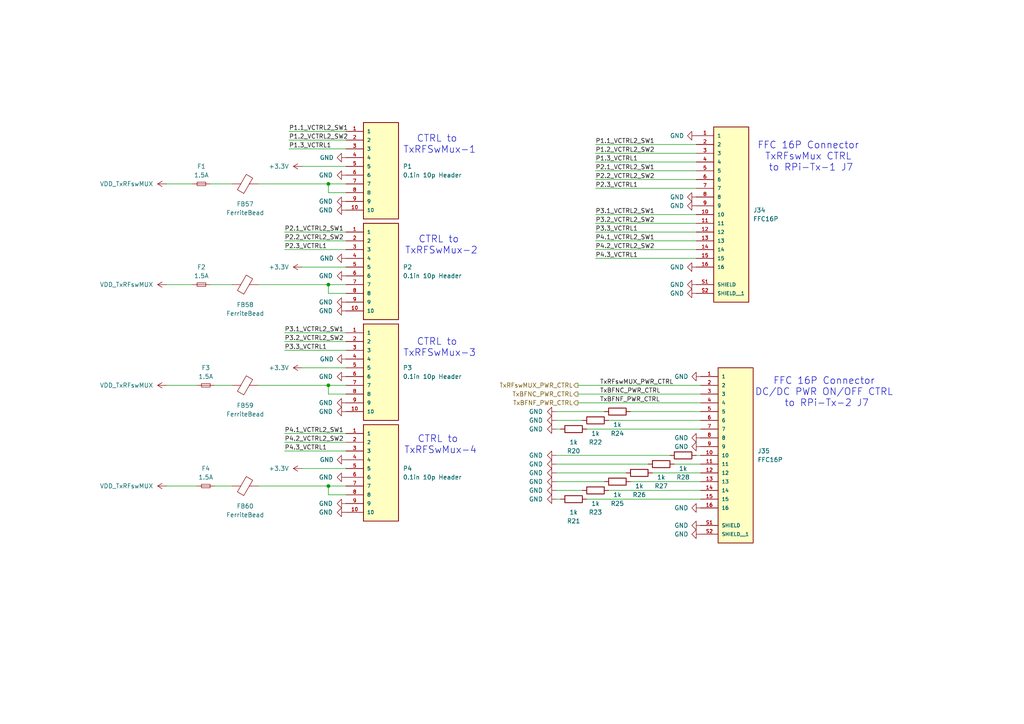
<source format=kicad_sch>
(kicad_sch (version 20231120) (generator "eeschema") (generator_version "8.0")
  (paper "A4")
  (title_block (title "PWR SPLY & Ctrl Connectors for TxRFswMUX & RPi HATs") (date "2024-04-04") (rev "1.0"))
  (lib_symbols
    (symbol "+3.3V_1" (power) (pin_numbers hide) (pin_names (offset 0) hide)
      (property "Value" "+3.3V" (at 0 3.556 0))
      (symbol "+3.3V_1_0_1"
        (polyline (pts (xy -0.762 1.27) (xy 0 2.54)))
        (polyline (pts (xy 0 0) (xy 0 2.54)))
        (polyline (pts (xy 0 2.54) (xy 0.762 1.27)))
      )
      (symbol "+3.3V_1_1_1"
        (pin power_in line (at 0 0 90) (length 0) hide (name "+3.3V") (number "1"))
      )
    )
    (symbol "BCRL_power_supply:5034801600" (pin_names (offset 1.016))
      (property "Reference" "J" (at -5.08 24.13 0))
      (property "Value" "5034801600" (at -5.08 -30.48 0))
      (symbol "5034801600_0_0"
        (rectangle (start -5.08 -27.94) (end 5.08 22.86) (stroke (width 0.254)) (fill (type background)))
        (pin passive line (at -10.16 20.32 0) (length 5.08) (name "1") (number "1"))
        (pin passive line (at -10.16 -2.54 0) (length 5.08) (name "10") (number "10"))
        (pin passive line (at -10.16 -5.08 0) (length 5.08) (name "11") (number "11"))
        (pin passive line (at -10.16 -7.62 0) (length 5.08) (name "12") (number "12"))
        (pin passive line (at -10.16 -10.16 0) (length 5.08) (name "13") (number "13"))
        (pin passive line (at -10.16 -12.7 0) (length 5.08) (name "14") (number "14"))
        (pin passive line (at -10.16 -15.24 0) (length 5.08) (name "15") (number "15"))
        (pin passive line (at -10.16 -17.78 0) (length 5.08) (name "16") (number "16"))
        (pin passive line (at -10.16 17.78 0) (length 5.08) (name "2") (number "2"))
        (pin passive line (at -10.16 15.24 0) (length 5.08) (name "3") (number "3"))
        (pin passive line (at -10.16 12.7 0) (length 5.08) (name "4") (number "4"))
        (pin passive line (at -10.16 10.16 0) (length 5.08) (name "5") (number "5"))
        (pin passive line (at -10.16 7.62 0) (length 5.08) (name "6") (number "6"))
        (pin passive line (at -10.16 5.08 0) (length 5.08) (name "7") (number "7"))
        (pin passive line (at -10.16 2.54 0) (length 5.08) (name "8") (number "8"))
        (pin passive line (at -10.16 0 0) (length 5.08) (name "9") (number "9"))
        (pin passive line (at -10.16 -22.86 0) (length 5.08) (name "SHIELD") (number "S1"))
        (pin passive line (at -10.16 -25.4 0) (length 5.08) (name "SHIELD__1") (number "S2"))
      )
    )
    (symbol "BCRL_power_supply:5104338-1" (pin_names (offset 1.016))
      (property "Reference" "J" (at -5.58 15.24 0))
      (property "Value" "5104338-1" (at -5.08 -15.24 0))
      (symbol "5104338-1_0_0"
        (rectangle (start -5.08 -12.7) (end 5.08 15.24) (stroke (width 0.254)) (fill (type background)))
        (pin passive line (at -10.16 12.7 0) (length 5.08) (name "1") (number "1"))
        (pin passive line (at -10.16 -10.16 0) (length 5.08) (name "10") (number "10"))
        (pin passive line (at -10.16 10.16 0) (length 5.08) (name "2") (number "2"))
        (pin passive line (at -10.16 7.62 0) (length 5.08) (name "3") (number "3"))
        (pin passive line (at -10.16 5.08 0) (length 5.08) (name "4") (number "4"))
        (pin passive line (at -10.16 2.54 0) (length 5.08) (name "5") (number "5"))
        (pin passive line (at -10.16 0 0) (length 5.08) (name "6") (number "6"))
        (pin passive line (at -10.16 -2.54 0) (length 5.08) (name "7") (number "7"))
        (pin passive line (at -10.16 -5.08 0) (length 5.08) (name "8") (number "8"))
        (pin passive line (at -10.16 -7.62 0) (length 5.08) (name "9") (number "9"))
      )
    )
    (symbol "Device:FerriteBead" (pin_numbers hide) (pin_names (offset 0))
      (property "Reference" "FB" (at -3.81 0.635 90))
      (property "Value" "FerriteBead" (at 3.81 0 90))
      (symbol "FerriteBead_0_1"
        (polyline (pts (xy 0 -1.27) (xy 0 -1.2192)))
        (polyline (pts (xy 0 1.27) (xy 0 1.2954)))
        (polyline (pts (xy -2.7686 0.4064) (xy -1.7018 2.2606) (xy 2.7686 -0.3048) (xy 1.6764 -2.159) (xy -2.7686 0.4064)))
      )
      (symbol "FerriteBead_1_1"
        (pin passive line (at 0 3.81 270) (length 2.54) (name "~") (number "1"))
        (pin passive line (at 0 -3.81 90) (length 2.54) (name "~") (number "2"))
      )
    )
    (symbol "Device:Fuse_Small" (pin_numbers hide) (pin_names (offset 0.254) hide)
      (property "Reference" "F" (at 0 -1.524 0))
      (property "Value" "Fuse_Small" (at 0 1.524 0))
      (symbol "Fuse_Small_0_1"
        (rectangle (start -1.27 0.508) (end 1.27 -0.508))
        (polyline (pts (xy -1.27 0) (xy 1.27 0)))
      )
      (symbol "Fuse_Small_1_1"
        (pin passive line (at -2.54 0 0) (length 1.27) (name "~") (number "1"))
        (pin passive line (at 2.54 0 180) (length 1.27) (name "~") (number "2"))
      )
    )
    (symbol "Device:R" (pin_numbers hide) (pin_names (offset 0))
      (property "Reference" "R" (at 2.032 0 90))
      (property "Value" "R" (at 0 0 90))
      (symbol "R_0_1"
        (rectangle (start -1.016 -2.54) (end 1.016 2.54) (stroke (width 0.254)))
      )
      (symbol "R_1_1"
        (pin passive line (at 0 3.81 270) (length 1.27) (name "~") (number "1"))
        (pin passive line (at 0 -3.81 90) (length 1.27) (name "~") (number "2"))
      )
    )
    (symbol "GND_1" (power) (pin_numbers hide) (pin_names (offset 0) hide)
      (property "Value" "GND" (at 0 -3.81 0))
      (symbol "GND_1_0_1"
        (polyline (pts (xy 0 0) (xy 0 -1.27) (xy 1.27 -1.27) (xy 0 -2.54) (xy -1.27 -1.27) (xy 0 -1.27)))
      )
      (symbol "GND_1_1_1"
        (pin power_in line (at 0 0 270) (length 0) hide (name "GND") (number "1"))
      )
    )
    (symbol "GND_2" (power) (pin_numbers hide) (pin_names (offset 0) hide)
      (property "Value" "GND" (at 0 -3.81 0))
      (symbol "GND_2_0_1"
        (polyline (pts (xy 0 0) (xy 0 -1.27) (xy 1.27 -1.27) (xy 0 -2.54) (xy -1.27 -1.27) (xy 0 -1.27)))
      )
      (symbol "GND_2_1_1"
        (pin power_in line (at 0 0 270) (length 0) hide (name "GND") (number "1"))
      )
    )
    (symbol "GND_3" (power) (pin_numbers hide) (pin_names (offset 0) hide)
      (property "Value" "GND" (at 0 -3.81 0))
      (symbol "GND_3_0_1"
        (polyline (pts (xy 0 0) (xy 0 -1.27) (xy 1.27 -1.27) (xy 0 -2.54) (xy -1.27 -1.27) (xy 0 -1.27)))
      )
      (symbol "GND_3_1_1"
        (pin power_in line (at 0 0 270) (length 0) hide (name "GND") (number "1"))
      )
    )
    (symbol "power:VDD" (power) (pin_numbers hide) (pin_names (offset 0) hide)
      (property "Value" "VDD" (at 0 3.556 0))
      (symbol "VDD_0_1"
        (polyline (pts (xy -0.762 1.27) (xy 0 2.54)))
        (polyline (pts (xy 0 0) (xy 0 2.54)))
        (polyline (pts (xy 0 2.54) (xy 0.762 1.27)))
      )
      (symbol "VDD_1_1"
        (pin power_in line (at 0 0 90) (length 0) (name "~") (number "1"))
      )
    )
  )
  (junction (at 95.25 82.55))
  (junction (at 95.25 140.97))
  (junction (at 95.25 53.34))
  (junction (at 95.25 111.76))
  (wire (pts (xy 167.64 114.3) (xy 203.2 114.3)))
  (wire (pts (xy 176.53 142.24) (xy 203.2 142.24)))
  (wire (pts (xy 172.72 52.07) (xy 201.93 52.07)))
  (wire (pts (xy 172.72 41.91) (xy 201.93 41.91)))
  (wire (pts (xy 62.23 111.76) (xy 67.31 111.76)))
  (wire (pts (xy 74.93 140.97) (xy 95.25 140.97)))
  (wire (pts (xy 60.96 53.34) (xy 67.31 53.34)))
  (wire (pts (xy 162.56 124.46) (xy 161.29 124.46)))
  (wire (pts (xy 48.26 82.55) (xy 55.88 82.55)))
  (wire (pts (xy 172.72 54.61) (xy 201.93 54.61)))
  (wire (pts (xy 60.96 82.55) (xy 67.31 82.55)))
  (wire (pts (xy 74.93 111.76) (xy 95.25 111.76)))
  (wire (pts (xy 167.64 116.84) (xy 203.2 116.84)))
  (wire (pts (xy 82.55 101.6) (xy 100.33 101.6)))
  (wire (pts (xy 82.55 96.52) (xy 100.33 96.52)))
  (wire (pts (xy 181.61 137.16) (xy 161.29 137.16)))
  (wire (pts (xy 100.33 143.51) (xy 95.25 143.51)))
  (wire (pts (xy 195.58 134.62) (xy 203.2 134.62)))
  (wire (pts (xy 95.25 111.76) (xy 100.33 111.76)))
  (wire (pts (xy 82.55 69.85) (xy 100.33 69.85)))
  (wire (pts (xy 100.33 114.3) (xy 95.25 114.3)))
  (wire (pts (xy 172.72 67.31) (xy 201.93 67.31)))
  (wire (pts (xy 172.72 46.99) (xy 201.93 46.99)))
  (wire (pts (xy 172.72 64.77) (xy 201.93 64.77)))
  (wire (pts (xy 82.55 128.27) (xy 100.33 128.27)))
  (wire (pts (xy 161.29 142.24) (xy 168.91 142.24)))
  (wire (pts (xy 82.55 99.06) (xy 100.33 99.06)))
  (wire (pts (xy 95.25 114.3) (xy 95.25 111.76)))
  (wire (pts (xy 194.31 132.08) (xy 161.29 132.08)))
  (wire (pts (xy 172.72 44.45) (xy 201.93 44.45)))
  (wire (pts (xy 170.18 124.46) (xy 203.2 124.46)))
  (wire (pts (xy 161.29 144.78) (xy 162.56 144.78)))
  (wire (pts (xy 95.25 53.34) (xy 100.33 53.34)))
  (wire (pts (xy 87.63 77.47) (xy 100.33 77.47)))
  (wire (pts (xy 189.23 137.16) (xy 203.2 137.16)))
  (wire (pts (xy 82.55 125.73) (xy 100.33 125.73)))
  (wire (pts (xy 48.26 53.34) (xy 55.88 53.34)))
  (wire (pts (xy 83.82 38.1) (xy 100.33 38.1)))
  (wire (pts (xy 95.25 85.09) (xy 95.25 82.55)))
  (wire (pts (xy 95.25 82.55) (xy 100.33 82.55)))
  (wire (pts (xy 83.82 40.64) (xy 100.33 40.64)))
  (wire (pts (xy 95.25 55.88) (xy 95.25 53.34)))
  (wire (pts (xy 172.72 72.39) (xy 201.93 72.39)))
  (wire (pts (xy 168.91 121.92) (xy 161.29 121.92)))
  (wire (pts (xy 182.88 119.38) (xy 203.2 119.38)))
  (wire (pts (xy 87.63 106.68) (xy 100.33 106.68)))
  (wire (pts (xy 172.72 69.85) (xy 201.93 69.85)))
  (wire (pts (xy 100.33 55.88) (xy 95.25 55.88)))
  (wire (pts (xy 170.18 144.78) (xy 203.2 144.78)))
  (wire (pts (xy 182.88 139.7) (xy 203.2 139.7)))
  (wire (pts (xy 87.63 135.89) (xy 100.33 135.89)))
  (wire (pts (xy 175.26 139.7) (xy 161.29 139.7)))
  (wire (pts (xy 167.64 111.76) (xy 203.2 111.76)))
  (wire (pts (xy 95.25 140.97) (xy 100.33 140.97)))
  (wire (pts (xy 83.82 43.18) (xy 100.33 43.18)))
  (wire (pts (xy 175.26 119.38) (xy 161.29 119.38)))
  (wire (pts (xy 82.55 130.81) (xy 100.33 130.81)))
  (wire (pts (xy 82.55 67.31) (xy 100.33 67.31)))
  (wire (pts (xy 82.55 72.39) (xy 100.33 72.39)))
  (wire (pts (xy 74.93 82.55) (xy 95.25 82.55)))
  (wire (pts (xy 201.93 132.08) (xy 203.2 132.08)))
  (wire (pts (xy 172.72 74.93) (xy 201.93 74.93)))
  (wire (pts (xy 176.53 121.92) (xy 203.2 121.92)))
  (wire (pts (xy 100.33 85.09) (xy 95.25 85.09)))
  (wire (pts (xy 48.26 140.97) (xy 57.15 140.97)))
  (wire (pts (xy 172.72 49.53) (xy 201.93 49.53)))
  (wire (pts (xy 172.72 62.23) (xy 201.93 62.23)))
  (wire (pts (xy 48.26 111.76) (xy 57.15 111.76)))
  (wire (pts (xy 87.63 48.26) (xy 100.33 48.26)))
  (wire (pts (xy 95.25 143.51) (xy 95.25 140.97)))
  (wire (pts (xy 187.96 134.62) (xy 161.29 134.62)))
  (wire (pts (xy 62.23 140.97) (xy 67.31 140.97)))
  (wire (pts (xy 74.93 53.34) (xy 95.25 53.34)))
  (text "FFC 16P Connector \nDC/DC PWR ON/OFF CTRL \nto RPi-Tx-2 J7" (at 239.776 113.792 0) (effects (font (size 2 2))))
  (text "FFC 16P Connector \nTxRFswMux CTRL \nto RPi-Tx-1 J7" (at 235.204 45.466 0) (effects (font (size 2 2))))
  (text "CTRL to \nTxRFSwMux-1" (at 127.508 41.91 0) (effects (font (size 2 2))))
  (text "CTRL to \nTxRFSwMux-4" (at 127.762 129.032 0) (effects (font (size 2 2))))
  (text "CTRL to \nTxRFSwMux-2" (at 128.016 71.12 0) (effects (font (size 2 2))))
  (text "CTRL to \nTxRFSwMux-3" (at 127.508 100.838 0) (effects (font (size 2 2))))
  (label "P1.2_VCTRL2_SW2" (at 83.82 40.64 0))
  (label "P4.2_VCTRL2_SW2" (at 172.72 72.39 0))
  (label "TxBFNC_PWR_CTRL" (at 173.99 114.3 0))
  (label "P4.3_VCTRL1" (at 172.72 74.93 0))
  (label "P2.1_VCTRL2_SW1" (at 172.72 49.53 0))
  (label "P3.3_VCTRL1" (at 82.55 101.6 0))
  (label "TxRFswMUX_PWR_CTRL" (at 173.99 111.76 0))
  (label "P4.1_VCTRL2_SW1" (at 172.72 69.85 0))
  (label "P2.1_VCTRL2_SW1" (at 82.55 67.31 0))
  (label "P2.3_VCTRL1" (at 82.55 72.39 0))
  (label "P4.2_VCTRL2_SW2" (at 82.55 128.27 0))
  (label "P3.3_VCTRL1" (at 172.72 67.31 0))
  (label "P2.3_VCTRL1" (at 172.72 54.61 0))
  (label "P3.2_VCTRL2_SW2" (at 172.72 64.77 0))
  (label "P4.3_VCTRL1" (at 82.55 130.81 0))
  (label "P2.2_VCTRL2_SW2" (at 82.55 69.85 0))
  (label "P1.1_VCTRL2_SW1" (at 83.82 38.1 0))
  (label "P4.1_VCTRL2_SW1" (at 82.55 125.73 0))
  (label "P1.1_VCTRL2_SW1" (at 172.72 41.91 0))
  (label "TxBFNF_PWR_CTRL" (at 173.99 116.84 0))
  (label "P3.1_VCTRL2_SW1" (at 172.72 62.23 0))
  (label "P1.3_VCTRL1" (at 172.72 46.99 0))
  (label "P3.1_VCTRL2_SW1" (at 82.55 96.52 0))
  (label "P3.2_VCTRL2_SW2" (at 82.55 99.06 0))
  (label "P1.3_VCTRL1" (at 83.82 43.18 0))
  (label "P1.2_VCTRL2_SW2" (at 172.72 44.45 0))
  (label "P2.2_VCTRL2_SW2" (at 172.72 52.07 0))
  (hierarchical_label "TxBFNC_PWR_CTRL" (shape output) (at 167.64 114.3 180))
  (hierarchical_label "TxBFNF_PWR_CTRL" (shape output) (at 167.64 116.84 180))
  (hierarchical_label "TxRFswMUX_PWR_CTRL" (shape output) (at 167.64 111.76 180))
  (symbol (lib_id "Device:FerriteBead") (at 71.12 111.76 90) (unit 1)
    (property "Reference" "FB59" (at 71.12 117.602 90))
    (property "Value" "FerriteBead" (at 71.12 120.142 90))
    (property "Footprint" "BCRL_power_supply:BEADC1005X55N" (effects (hide yes)))
    (property "Datasheet" "https://product.tdk.com/system/files/dam/doc/product/emc/emc/suppression-filter/catalog/suppression-filter_commercial_maf1005p_en.pdf" (effects (hide yes)))
    (property "Description" "Ferrite bead 9 mOhm 6A" (effects (hide yes)))
    (property "PN" "MAF1005PAD120CT000" (effects (hide yes)))
    (property "Mfr" "TDK" (effects (hide yes)))
  )
  (symbol (lib_id "power:VDD") (at 48.26 140.97 90) (unit 1)
    (property "Reference" "#PWR0126" (effects (hide yes)))
    (property "Value" "VDD_TxRFswMUX" (at 44.45 140.9699 90) (effects (justify left)))
    (property "Description" "Power symbol creates a global label with name \"VDD\"" (effects (hide yes)))
  )
  (symbol (lib_id "Device:R") (at 166.37 144.78 90) (mirror x) (unit 1)
    (property "Reference" "R21" (at 166.37 151.13 90))
    (property "Value" "1k" (at 166.37 148.59 90))
    (property "Footprint" "BCRL_power_supply:RESC1608X50N" (effects (hide yes)))
    (property "Datasheet" "https://www.vishay.com/docs/20035/dcrcwe3.pdf" (effects (hide yes)))
    (property "Description" "1/10 W" (effects (hide yes)))
    (property "PN" "CRCW06031K00JNEC" (effects (hide yes)))
    (property "Mfr" "Vishay" (effects (hide yes)))
  )
  (symbol (lib_name "GND_3") (lib_id "power:GND") (at 100.33 109.22 270) (unit 1)
    (property "Reference" "#PWR0140" (effects (hide yes)))
    (property "Value" "GND" (at 92.456 109.22 90) (effects (justify left)))
  )
  (symbol (lib_name "GND_2") (lib_id "power:GND") (at 100.33 104.14 270) (unit 1)
    (property "Reference" "#PWR0139" (effects (hide yes)))
    (property "Value" "GND" (at 92.71 104.14 90) (effects (justify left)))
  )
  (symbol (lib_name "GND_1") (lib_id "power:GND") (at 100.33 60.96 270) (unit 1)
    (property "Reference" "#PWR0134" (effects (hide yes)))
    (property "Value" "GND" (at 92.456 60.96 90) (effects (justify left)))
  )
  (symbol (lib_name "GND_2") (lib_id "power:GND") (at 161.29 124.46 270) (mirror x) (unit 1)
    (property "Reference" "#PWR0149" (effects (hide yes)))
    (property "Value" "GND" (at 157.48 124.4601 90) (effects (justify right)))
  )
  (symbol (lib_name "GND_2") (lib_id "power:GND") (at 203.2 129.54 270) (unit 1)
    (property "Reference" "#PWR0164" (effects (hide yes)))
    (property "Value" "GND" (at 195.58 129.54 90) (effects (justify left)))
  )
  (symbol (lib_name "+3.3V_1") (lib_id "power:+3.3V") (at 87.63 135.89 90) (unit 1)
    (property "Reference" "#PWR0130" (effects (hide yes)))
    (property "Value" "+3.3V" (at 83.82 135.89 90) (effects (justify left)))
  )
  (symbol (lib_name "GND_2") (lib_id "power:GND") (at 203.2 147.32 270) (unit 1)
    (property "Reference" "#PWR0165" (effects (hide yes)))
    (property "Value" "GND" (at 195.58 147.32 90) (effects (justify left)))
  )
  (symbol (lib_name "GND_1") (lib_id "power:GND") (at 100.33 119.38 270) (unit 1)
    (property "Reference" "#PWR0142" (effects (hide yes)))
    (property "Value" "GND" (at 92.456 119.38 90) (effects (justify left)))
  )
  (symbol (lib_name "+3.3V_1") (lib_id "power:+3.3V") (at 87.63 77.47 90) (unit 1)
    (property "Reference" "#PWR0128" (effects (hide yes)))
    (property "Value" "+3.3V" (at 83.82 77.47 90) (effects (justify left)))
  )
  (symbol (lib_name "GND_3") (lib_id "power:GND") (at 100.33 80.01 270) (unit 1)
    (property "Reference" "#PWR0136" (effects (hide yes)))
    (property "Value" "GND" (at 92.456 80.01 90) (effects (justify left)))
  )
  (symbol (lib_name "GND_2") (lib_id "power:GND") (at 201.93 77.47 270) (unit 1)
    (property "Reference" "#PWR0159" (effects (hide yes)))
    (property "Value" "GND" (at 194.31 77.47 90) (effects (justify left)))
  )
  (symbol (lib_name "GND_2") (lib_id "power:GND") (at 201.93 57.15 270) (unit 1)
    (property "Reference" "#PWR0157" (effects (hide yes)))
    (property "Value" "GND" (at 194.31 57.15 90) (effects (justify left)))
  )
  (symbol (lib_name "GND_2") (lib_id "power:GND") (at 203.2 109.22 270) (unit 1)
    (property "Reference" "#PWR0162" (effects (hide yes)))
    (property "Value" "GND" (at 195.58 109.22 90) (effects (justify left)))
  )
  (symbol (lib_id "BCRL_power_supply:5104338-1") (at 110.49 109.22 0) (unit 1)
    (property "Reference" "P3" (at 116.84 106.68 0) (effects (justify left)))
    (property "Value" "0.1in 10p Header" (at 116.84 109.22 0) (effects (justify left)))
    (property "Footprint" "BCRL_power_supply:TE_5104338-1" (effects (hide yes)))
    (property "Datasheet" "https://www.te.com/commerce/DocumentDelivery/DDEController?Action=srchrtrv&DocNm=5104338&DocType=Customer+Drawing&DocLang=English&PartCntxt=5104338-1&DocFormat=pdf" (effects (hide yes)))
    (property "Description" "2x5 pin Header, PTH, Vertical " (effects (hide yes)))
    (property "PARTREV" "R" (effects (hide yes)))
    (property "MANUFACTURER" "TE" (effects (hide yes)))
    (property "PN" "5104338-1" (effects (hide yes)))
    (property "Mfr" "TE" (effects (hide yes)))
  )
  (symbol (lib_name "GND_2") (lib_id "power:GND") (at 100.33 133.35 270) (unit 1)
    (property "Reference" "#PWR0143" (effects (hide yes)))
    (property "Value" "GND" (at 92.71 133.35 90) (effects (justify left)))
  )
  (symbol (lib_name "GND_1") (lib_id "power:GND") (at 100.33 116.84 270) (unit 1)
    (property "Reference" "#PWR0141" (effects (hide yes)))
    (property "Value" "GND" (at 92.456 116.84 90) (effects (justify left)))
  )
  (symbol (lib_name "GND_2") (lib_id "power:GND") (at 203.2 154.94 270) (unit 1)
    (property "Reference" "#PWR0167" (effects (hide yes)))
    (property "Value" "GND" (at 195.58 154.94 90) (effects (justify left)))
  )
  (symbol (lib_name "GND_2") (lib_id "power:GND") (at 161.29 139.7 270) (mirror x) (unit 1)
    (property "Reference" "#PWR0153" (effects (hide yes)))
    (property "Value" "GND" (at 157.48 139.7001 90) (effects (justify right)))
  )
  (symbol (lib_id "Device:R") (at 185.42 137.16 90) (mirror x) (unit 1)
    (property "Reference" "R26" (at 185.42 143.51 90))
    (property "Value" "1k" (at 185.42 140.97 90))
    (property "Footprint" "BCRL_power_supply:RESC1608X50N" (effects (hide yes)))
    (property "Datasheet" "https://www.vishay.com/docs/20035/dcrcwe3.pdf" (effects (hide yes)))
    (property "Description" "1/10 W" (effects (hide yes)))
    (property "PN" "CRCW06031K00JNEC" (effects (hide yes)))
    (property "Mfr" "Vishay" (effects (hide yes)))
  )
  (symbol (lib_name "GND_2") (lib_id "power:GND") (at 161.29 121.92 270) (mirror x) (unit 1)
    (property "Reference" "#PWR0148" (effects (hide yes)))
    (property "Value" "GND" (at 157.48 121.9201 90) (effects (justify right)))
  )
  (symbol (lib_name "GND_2") (lib_id "power:GND") (at 161.29 134.62 270) (mirror x) (unit 1)
    (property "Reference" "#PWR0151" (effects (hide yes)))
    (property "Value" "GND" (at 157.48 134.6201 90) (effects (justify right)))
  )
  (symbol (lib_id "Device:FerriteBead") (at 71.12 82.55 90) (unit 1)
    (property "Reference" "FB58" (at 71.12 88.392 90))
    (property "Value" "FerriteBead" (at 71.12 90.932 90))
    (property "Footprint" "BCRL_power_supply:BEADC1005X55N" (effects (hide yes)))
    (property "Datasheet" "https://product.tdk.com/system/files/dam/doc/product/emc/emc/suppression-filter/catalog/suppression-filter_commercial_maf1005p_en.pdf" (effects (hide yes)))
    (property "Description" "Ferrite bead 9 mOhm 6A" (effects (hide yes)))
    (property "PN" "MAF1005PAD120CT000" (effects (hide yes)))
    (property "Mfr" "TDK" (effects (hide yes)))
  )
  (symbol (lib_name "GND_2") (lib_id "power:GND") (at 161.29 142.24 270) (mirror x) (unit 1)
    (property "Reference" "#PWR0154" (effects (hide yes)))
    (property "Value" "GND" (at 157.48 142.2401 90) (effects (justify right)))
  )
  (symbol (lib_name "GND_2") (lib_id "power:GND") (at 203.2 152.4 270) (unit 1)
    (property "Reference" "#PWR0166" (effects (hide yes)))
    (property "Value" "GND" (at 195.58 152.4 90) (effects (justify left)))
  )
  (symbol (lib_id "power:VDD") (at 48.26 111.76 90) (unit 1)
    (property "Reference" "#PWR0125" (effects (hide yes)))
    (property "Value" "VDD_TxRFswMUX" (at 44.45 111.7599 90) (effects (justify left)))
    (property "Description" "Power symbol creates a global label with name \"VDD\"" (effects (hide yes)))
  )
  (symbol (lib_name "GND_1") (lib_id "power:GND") (at 100.33 146.05 270) (unit 1)
    (property "Reference" "#PWR0145" (effects (hide yes)))
    (property "Value" "GND" (at 92.456 146.05 90) (effects (justify left)))
  )
  (symbol (lib_name "GND_3") (lib_id "power:GND") (at 100.33 50.8 270) (unit 1)
    (property "Reference" "#PWR0132" (effects (hide yes)))
    (property "Value" "GND" (at 92.456 50.8 90) (effects (justify left)))
  )
  (symbol (lib_name "+3.3V_1") (lib_id "power:+3.3V") (at 87.63 48.26 90) (unit 1)
    (property "Reference" "#PWR0127" (effects (hide yes)))
    (property "Value" "+3.3V" (at 83.82 48.26 90) (effects (justify left)))
  )
  (symbol (lib_id "power:VDD") (at 48.26 53.34 90) (unit 1)
    (property "Reference" "#PWR0123" (effects (hide yes)))
    (property "Value" "VDD_TxRFswMUX" (at 44.45 53.3399 90) (effects (justify left)))
    (property "Description" "Power symbol creates a global label with name \"VDD\"" (effects (hide yes)))
  )
  (symbol (lib_id "power:VDD") (at 48.26 82.55 90) (unit 1)
    (property "Reference" "#PWR0124" (effects (hide yes)))
    (property "Value" "VDD_TxRFswMUX" (at 44.45 82.5499 90) (effects (justify left)))
    (property "Description" "Power symbol creates a global label with name \"VDD\"" (effects (hide yes)))
  )
  (symbol (lib_name "GND_2") (lib_id "power:GND") (at 161.29 119.38 270) (mirror x) (unit 1)
    (property "Reference" "#PWR0147" (effects (hide yes)))
    (property "Value" "GND" (at 157.48 119.3801 90) (effects (justify right)))
  )
  (symbol (lib_name "GND_2") (lib_id "power:GND") (at 161.29 132.08 270) (mirror x) (unit 1)
    (property "Reference" "#PWR0150" (effects (hide yes)))
    (property "Value" "GND" (at 157.48 132.0801 90) (effects (justify right)))
  )
  (symbol (lib_name "GND_2") (lib_id "power:GND") (at 201.93 82.55 270) (unit 1)
    (property "Reference" "#PWR0160" (effects (hide yes)))
    (property "Value" "GND" (at 194.31 82.55 90) (effects (justify left)))
  )
  (symbol (lib_name "GND_2") (lib_id "power:GND") (at 100.33 74.93 270) (unit 1)
    (property "Reference" "#PWR0135" (effects (hide yes)))
    (property "Value" "GND" (at 92.71 74.93 90) (effects (justify left)))
  )
  (symbol (lib_name "+3.3V_1") (lib_id "power:+3.3V") (at 87.63 106.68 90) (unit 1)
    (property "Reference" "#PWR0129" (effects (hide yes)))
    (property "Value" "+3.3V" (at 83.82 106.68 90) (effects (justify left)))
  )
  (symbol (lib_id "BCRL_power_supply:5104338-1") (at 110.49 138.43 0) (unit 1)
    (property "Reference" "P4" (at 116.84 135.89 0) (effects (justify left)))
    (property "Value" "0.1in 10p Header" (at 116.84 138.43 0) (effects (justify left)))
    (property "Footprint" "BCRL_power_supply:TE_5104338-1" (effects (hide yes)))
    (property "Datasheet" "https://www.te.com/commerce/DocumentDelivery/DDEController?Action=srchrtrv&DocNm=5104338&DocType=Customer+Drawing&DocLang=English&PartCntxt=5104338-1&DocFormat=pdf" (effects (hide yes)))
    (property "Description" "2x5 pin Header, PTH, Vertical " (effects (hide yes)))
    (property "PARTREV" "R" (effects (hide yes)))
    (property "MANUFACTURER" "TE" (effects (hide yes)))
    (property "PN" "5104338-1" (effects (hide yes)))
    (property "Mfr" "TE" (effects (hide yes)))
  )
  (symbol (lib_id "Device:R") (at 172.72 142.24 90) (mirror x) (unit 1)
    (property "Reference" "R23" (at 172.72 148.59 90))
    (property "Value" "1k" (at 172.72 146.05 90))
    (property "Footprint" "BCRL_power_supply:RESC1608X50N" (effects (hide yes)))
    (property "Datasheet" "https://www.vishay.com/docs/20035/dcrcwe3.pdf" (effects (hide yes)))
    (property "Description" "1/10 W" (effects (hide yes)))
    (property "PN" "CRCW06031K00JNEC" (effects (hide yes)))
    (property "Mfr" "Vishay" (effects (hide yes)))
  )
  (symbol (lib_name "GND_1") (lib_id "power:GND") (at 100.33 58.42 270) (unit 1)
    (property "Reference" "#PWR0133" (effects (hide yes)))
    (property "Value" "GND" (at 92.456 58.42 90) (effects (justify left)))
  )
  (symbol (lib_id "Device:Fuse_Small") (at 59.69 111.76 0) (unit 1)
    (property "Reference" "F3" (at 59.69 106.68 0))
    (property "Value" "1.5A" (at 59.69 109.22 0))
    (property "Footprint" "BCRL_power_supply:ERBRE0R50V" (effects (hide yes)))
    (property "Datasheet" "https://www.mouser.ca/datasheet/2/315/AFA0000C7-1025982.pdf" (effects (hide yes)))
    (property "Description" "SMD Fuse 0603" (effects (hide yes)))
    (property "PN" "ERB-RE1R50V" (effects (hide yes)))
    (property "Mfr" "Panasonic" (effects (hide yes)))
  )
  (symbol (lib_name "GND_1") (lib_id "power:GND") (at 100.33 87.63 270) (unit 1)
    (property "Reference" "#PWR0137" (effects (hide yes)))
    (property "Value" "GND" (at 92.456 87.63 90) (effects (justify left)))
  )
  (symbol (lib_id "BCRL_power_supply:5104338-1") (at 110.49 80.01 0) (unit 1)
    (property "Reference" "P2" (at 116.84 77.47 0) (effects (justify left)))
    (property "Value" "0.1in 10p Header" (at 116.84 80.01 0) (effects (justify left)))
    (property "Footprint" "BCRL_power_supply:TE_5104338-1" (effects (hide yes)))
    (property "Datasheet" "https://www.te.com/commerce/DocumentDelivery/DDEController?Action=srchrtrv&DocNm=5104338&DocType=Customer+Drawing&DocLang=English&PartCntxt=5104338-1&DocFormat=pdf" (effects (hide yes)))
    (property "Description" "2x5 pin Header, PTH, Vertical " (effects (hide yes)))
    (property "PARTREV" "R" (effects (hide yes)))
    (property "MANUFACTURER" "TE" (effects (hide yes)))
    (property "PN" "5104338-1" (effects (hide yes)))
    (property "Mfr" "TE" (effects (hide yes)))
  )
  (symbol (lib_name "GND_2") (lib_id "power:GND") (at 201.93 59.69 270) (unit 1)
    (property "Reference" "#PWR0158" (effects (hide yes)))
    (property "Value" "GND" (at 194.31 59.69 90) (effects (justify left)))
  )
  (symbol (lib_name "GND_2") (lib_id "power:GND") (at 100.33 45.72 270) (unit 1)
    (property "Reference" "#PWR0131" (effects (hide yes)))
    (property "Value" "GND" (at 92.71 45.72 90) (effects (justify left)))
  )
  (symbol (lib_name "GND_2") (lib_id "power:GND") (at 203.2 127 270) (unit 1)
    (property "Reference" "#PWR0163" (effects (hide yes)))
    (property "Value" "GND" (at 195.58 127 90) (effects (justify left)))
  )
  (symbol (lib_id "Device:R") (at 179.07 139.7 90) (mirror x) (unit 1)
    (property "Reference" "R25" (at 179.07 146.05 90))
    (property "Value" "1k" (at 179.07 143.51 90))
    (property "Footprint" "BCRL_power_supply:RESC1608X50N" (effects (hide yes)))
    (property "Datasheet" "https://www.vishay.com/docs/20035/dcrcwe3.pdf" (effects (hide yes)))
    (property "Description" "1/10 W" (effects (hide yes)))
    (property "PN" "CRCW06031K00JNEC" (effects (hide yes)))
    (property "Mfr" "Vishay" (effects (hide yes)))
  )
  (symbol (lib_id "Device:Fuse_Small") (at 59.69 140.97 0) (unit 1)
    (property "Reference" "F4" (at 59.69 135.89 0))
    (property "Value" "1.5A" (at 59.69 138.43 0))
    (property "Footprint" "BCRL_power_supply:ERBRE0R50V" (effects (hide yes)))
    (property "Datasheet" "https://www.mouser.ca/datasheet/2/315/AFA0000C7-1025982.pdf" (effects (hide yes)))
    (property "Description" "SMD Fuse 0603" (effects (hide yes)))
    (property "PN" "ERB-RE1R50V" (effects (hide yes)))
    (property "Mfr" "Panasonic" (effects (hide yes)))
  )
  (symbol (lib_id "Device:Fuse_Small") (at 58.42 82.55 0) (unit 1)
    (property "Reference" "F2" (at 58.42 77.47 0))
    (property "Value" "1.5A" (at 58.42 80.01 0))
    (property "Footprint" "BCRL_power_supply:ERBRE0R50V" (effects (hide yes)))
    (property "Datasheet" "https://www.mouser.ca/datasheet/2/315/AFA0000C7-1025982.pdf" (effects (hide yes)))
    (property "Description" "SMD Fuse 0603" (effects (hide yes)))
    (property "PN" "ERB-RE1R50V" (effects (hide yes)))
    (property "Mfr" "Panasonic" (effects (hide yes)))
  )
  (symbol (lib_name "GND_2") (lib_id "power:GND") (at 201.93 39.37 270) (unit 1)
    (property "Reference" "#PWR0156" (effects (hide yes)))
    (property "Value" "GND" (at 194.31 39.37 90) (effects (justify left)))
  )
  (symbol (lib_id "Device:Fuse_Small") (at 58.42 53.34 0) (unit 1)
    (property "Reference" "F1" (at 58.42 48.26 0))
    (property "Value" "1.5A" (at 58.42 50.8 0))
    (property "Footprint" "BCRL_power_supply:ERBRE0R50V" (effects (hide yes)))
    (property "Datasheet" "https://www.mouser.ca/datasheet/2/315/AFA0000C7-1025982.pdf" (effects (hide yes)))
    (property "Description" "SMD Fuse 0603" (effects (hide yes)))
    (property "PN" "ERB-RE1R50V" (effects (hide yes)))
    (property "Mfr" "Panasonic" (effects (hide yes)))
  )
  (symbol (lib_name "GND_2") (lib_id "power:GND") (at 201.93 85.09 270) (unit 1)
    (property "Reference" "#PWR0161" (effects (hide yes)))
    (property "Value" "GND" (at 194.31 85.09 90) (effects (justify left)))
  )
  (symbol (lib_id "Device:R") (at 166.37 124.46 90) (mirror x) (unit 1)
    (property "Reference" "R20" (at 166.37 130.81 90))
    (property "Value" "1k" (at 166.37 128.27 90))
    (property "Footprint" "BCRL_power_supply:RESC1608X50N" (effects (hide yes)))
    (property "Datasheet" "https://www.vishay.com/docs/20035/dcrcwe3.pdf" (effects (hide yes)))
    (property "Description" "1/10 W" (effects (hide yes)))
    (property "PN" "CRCW06031K00JNEC" (effects (hide yes)))
    (property "Mfr" "Vishay" (effects (hide yes)))
  )
  (symbol (lib_name "GND_2") (lib_id "power:GND") (at 161.29 144.78 270) (mirror x) (unit 1)
    (property "Reference" "#PWR0155" (effects (hide yes)))
    (property "Value" "GND" (at 157.48 144.7801 90) (effects (justify right)))
  )
  (symbol (lib_id "BCRL_power_supply:5104338-1") (at 110.49 50.8 0) (unit 1)
    (property "Reference" "P1" (at 116.84 48.26 0) (effects (justify left)))
    (property "Value" "0.1in 10p Header" (at 116.84 50.8 0) (effects (justify left)))
    (property "Footprint" "BCRL_power_supply:TE_5104338-1" (effects (hide yes)))
    (property "Datasheet" "https://www.te.com/commerce/DocumentDelivery/DDEController?Action=srchrtrv&DocNm=5104338&DocType=Customer+Drawing&DocLang=English&PartCntxt=5104338-1&DocFormat=pdf" (effects (hide yes)))
    (property "Description" "2x5 pin Header, PTH, Vertical " (effects (hide yes)))
    (property "PARTREV" "R" (effects (hide yes)))
    (property "Mfr" "TE" (effects (hide yes)))
    (property "PN" "5104338-1" (effects (hide yes)))
  )
  (symbol (lib_name "GND_1") (lib_id "power:GND") (at 100.33 148.59 270) (unit 1)
    (property "Reference" "#PWR0146" (effects (hide yes)))
    (property "Value" "GND" (at 92.456 148.59 90) (effects (justify left)))
  )
  (symbol (lib_id "Device:R") (at 198.12 132.08 90) (mirror x) (unit 1)
    (property "Reference" "R28" (at 198.12 138.43 90))
    (property "Value" "1k" (at 198.12 135.89 90))
    (property "Footprint" "BCRL_power_supply:RESC1608X50N" (effects (hide yes)))
    (property "Datasheet" "https://www.vishay.com/docs/20035/dcrcwe3.pdf" (effects (hide yes)))
    (property "Description" "1/10 W" (effects (hide yes)))
    (property "PN" "CRCW06031K00JNEC" (effects (hide yes)))
    (property "Mfr" "Vishay" (effects (hide yes)))
  )
  (symbol (lib_id "Device:FerriteBead") (at 71.12 140.97 90) (unit 1)
    (property "Reference" "FB60" (at 71.12 146.812 90))
    (property "Value" "FerriteBead" (at 71.12 149.352 90))
    (property "Footprint" "BCRL_power_supply:BEADC1005X55N" (effects (hide yes)))
    (property "Datasheet" "https://product.tdk.com/system/files/dam/doc/product/emc/emc/suppression-filter/catalog/suppression-filter_commercial_maf1005p_en.pdf" (effects (hide yes)))
    (property "Description" "Ferrite bead 9 mOhm 6A" (effects (hide yes)))
    (property "PN" "MAF1005PAD120CT000" (effects (hide yes)))
    (property "Mfr" "TDK" (effects (hide yes)))
  )
  (symbol (lib_id "BCRL_power_supply:5034801600") (at 213.36 129.54 0) (unit 1)
    (property "Reference" "J35" (at 219.71 130.81 0) (effects (justify left)))
    (property "Value" "FFC16P" (at 219.71 133.35 0) (effects (justify left)))
    (property "Footprint" "BCRL_power_supply:MOLEX_5034801600" (effects (hide yes)))
    (property "Datasheet" "https://www.molex.com/en-us/products/part-detail/5034801600?display=pdf" (effects (hide yes)))
    (property "Description" "16 pin Flat Flexible Cable Connector" (effects (hide yes)))
    (property "MAXIMUM_PACKAGE_HEIGHT" "1.87 mm" (effects (hide yes)))
    (property "MANUFACTURER" "Molex" (effects (hide yes)))
    (property "PN" "503480-1600" (effects (hide yes)))
    (property "Mfr" "Molex" (effects (hide yes)))
  )
  (symbol (lib_name "GND_1") (lib_id "power:GND") (at 100.33 90.17 270) (unit 1)
    (property "Reference" "#PWR0138" (effects (hide yes)))
    (property "Value" "GND" (at 92.456 90.17 90) (effects (justify left)))
  )
  (symbol (lib_name "GND_2") (lib_id "power:GND") (at 161.29 137.16 270) (mirror x) (unit 1)
    (property "Reference" "#PWR0152" (effects (hide yes)))
    (property "Value" "GND" (at 157.48 137.1601 90) (effects (justify right)))
  )
  (symbol (lib_name "GND_3") (lib_id "power:GND") (at 100.33 138.43 270) (unit 1)
    (property "Reference" "#PWR0144" (effects (hide yes)))
    (property "Value" "GND" (at 92.456 138.43 90) (effects (justify left)))
  )
  (symbol (lib_id "BCRL_power_supply:5034801600") (at 212.09 59.69 0) (unit 1)
    (property "Reference" "J34" (at 218.44 60.96 0) (effects (justify left)))
    (property "Value" "FFC16P" (at 218.44 63.5 0) (effects (justify left)))
    (property "Footprint" "BCRL_power_supply:MOLEX_5034801600" (effects (hide yes)))
    (property "Datasheet" "https://www.molex.com/en-us/products/part-detail/5034801600?display=pdf" (effects (hide yes)))
    (property "Description" "16 pin Flat Flexible Cable Connector" (effects (hide yes)))
    (property "MAXIMUM_PACKAGE_HEIGHT" "1.87 mm" (effects (hide yes)))
    (property "MANUFACTURER" "Molex" (effects (hide yes)))
    (property "PN" "503480-1600" (effects (hide yes)))
    (property "Mfr" "Molex" (effects (hide yes)))
  )
  (symbol (lib_id "Device:R") (at 172.72 121.92 90) (mirror x) (unit 1)
    (property "Reference" "R22" (at 172.72 128.27 90))
    (property "Value" "1k" (at 172.72 125.73 90))
    (property "Footprint" "BCRL_power_supply:RESC1608X50N" (effects (hide yes)))
    (property "Datasheet" "https://www.vishay.com/docs/20035/dcrcwe3.pdf" (effects (hide yes)))
    (property "Description" "1/10 W" (effects (hide yes)))
    (property "PN" "CRCW06031K00JNEC" (effects (hide yes)))
    (property "Mfr" "Vishay" (effects (hide yes)))
  )
  (symbol (lib_id "Device:R") (at 179.07 119.38 90) (mirror x) (unit 1)
    (property "Reference" "R24" (at 179.07 125.73 90))
    (property "Value" "1k" (at 179.07 123.19 90))
    (property "Footprint" "BCRL_power_supply:RESC1608X50N" (effects (hide yes)))
    (property "Datasheet" "https://www.vishay.com/docs/20035/dcrcwe3.pdf" (effects (hide yes)))
    (property "Description" "1/10 W" (effects (hide yes)))
    (property "PN" "CRCW06031K00JNEC" (effects (hide yes)))
    (property "Mfr" "Vishay" (effects (hide yes)))
  )
  (symbol (lib_id "Device:R") (at 191.77 134.62 90) (mirror x) (unit 1)
    (property "Reference" "R27" (at 191.77 140.97 90))
    (property "Value" "1k" (at 191.77 138.43 90))
    (property "Footprint" "BCRL_power_supply:RESC1608X50N" (effects (hide yes)))
    (property "Datasheet" "https://www.vishay.com/docs/20035/dcrcwe3.pdf" (effects (hide yes)))
    (property "Description" "1/10 W" (effects (hide yes)))
    (property "PN" "CRCW06031K00JNEC" (effects (hide yes)))
    (property "Mfr" "Vishay" (effects (hide yes)))
  )
  (symbol (lib_id "Device:FerriteBead") (at 71.12 53.34 90) (unit 1)
    (property "Reference" "FB57" (at 71.12 59.182 90))
    (property "Value" "FerriteBead" (at 71.12 61.722 90))
    (property "Footprint" "BCRL_power_supply:BEADC1005X55N" (effects (hide yes)))
    (property "Datasheet" "https://product.tdk.com/system/files/dam/doc/product/emc/emc/suppression-filter/catalog/suppression-filter_commercial_maf1005p_en.pdf" (effects (hide yes)))
    (property "Description" "Ferrite bead 9 mOhm 6A" (effects (hide yes)))
    (property "PN" "MAF1005PAD120CT000" (effects (hide yes)))
    (property "Mfr" "TDK" (effects (hide yes)))
  )
)
</source>
